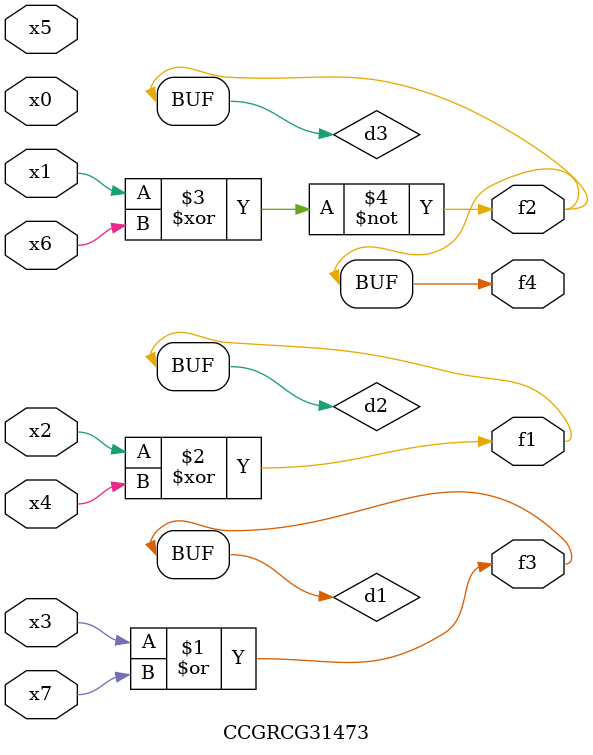
<source format=v>
module CCGRCG31473(
	input x0, x1, x2, x3, x4, x5, x6, x7,
	output f1, f2, f3, f4
);

	wire d1, d2, d3;

	or (d1, x3, x7);
	xor (d2, x2, x4);
	xnor (d3, x1, x6);
	assign f1 = d2;
	assign f2 = d3;
	assign f3 = d1;
	assign f4 = d3;
endmodule

</source>
